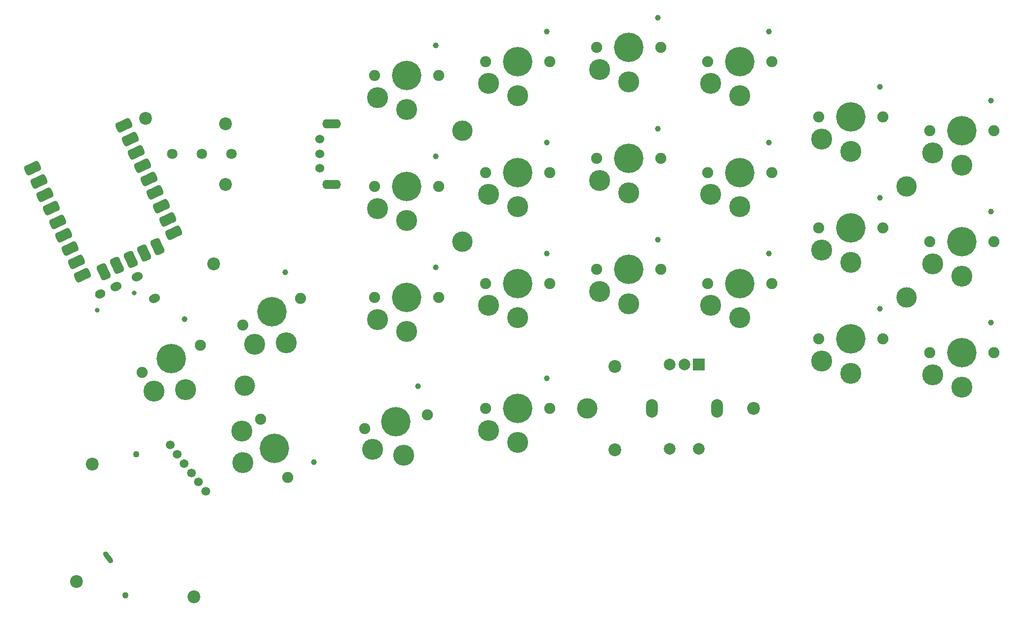
<source format=gbr>
%TF.GenerationSoftware,KiCad,Pcbnew,7.0.5*%
%TF.CreationDate,2024-03-19T12:28:54+08:00*%
%TF.ProjectId,Prime52right,5072696d-6535-4327-9269-6768742e6b69,rev?*%
%TF.SameCoordinates,Original*%
%TF.FileFunction,Soldermask,Top*%
%TF.FilePolarity,Negative*%
%FSLAX46Y46*%
G04 Gerber Fmt 4.6, Leading zero omitted, Abs format (unit mm)*
G04 Created by KiCad (PCBNEW 7.0.5) date 2024-03-19 12:28:54*
%MOMM*%
%LPD*%
G01*
G04 APERTURE LIST*
G04 Aperture macros list*
%AMRoundRect*
0 Rectangle with rounded corners*
0 $1 Rounding radius*
0 $2 $3 $4 $5 $6 $7 $8 $9 X,Y pos of 4 corners*
0 Add a 4 corners polygon primitive as box body*
4,1,4,$2,$3,$4,$5,$6,$7,$8,$9,$2,$3,0*
0 Add four circle primitives for the rounded corners*
1,1,$1+$1,$2,$3*
1,1,$1+$1,$4,$5*
1,1,$1+$1,$6,$7*
1,1,$1+$1,$8,$9*
0 Add four rect primitives between the rounded corners*
20,1,$1+$1,$2,$3,$4,$5,0*
20,1,$1+$1,$4,$5,$6,$7,0*
20,1,$1+$1,$6,$7,$8,$9,0*
20,1,$1+$1,$8,$9,$2,$3,0*%
%AMHorizOval*
0 Thick line with rounded ends*
0 $1 width*
0 $2 $3 position (X,Y) of the first rounded end (center of the circle)*
0 $4 $5 position (X,Y) of the second rounded end (center of the circle)*
0 Add line between two ends*
20,1,$1,$2,$3,$4,$5,0*
0 Add two circle primitives to create the rounded ends*
1,1,$1,$2,$3*
1,1,$1,$4,$5*%
%AMFreePoly0*
4,1,29,-1.390750,0.438150,-1.383113,0.519607,-1.339975,0.642884,-1.262419,0.747969,-1.157334,0.825525,-1.034057,0.868662,-0.952600,0.876300,0.952600,0.876300,1.034057,0.868663,1.157334,0.825525,1.262419,0.747969,1.339975,0.642884,1.383112,0.519607,1.390750,0.438150,1.390750,-0.438150,1.383113,-0.519607,1.339975,-0.642884,1.262419,-0.747969,1.157334,-0.825525,1.034057,-0.868662,
0.952600,-0.876300,-0.952600,-0.876300,-1.034057,-0.868663,-1.157334,-0.825525,-1.262419,-0.747969,-1.339975,-0.642884,-1.383112,-0.519607,-1.390750,-0.438150,-1.390750,0.438150,-1.390750,0.438150,$1*%
G04 Aperture macros list end*
%ADD10C,1.900000*%
%ADD11C,1.000000*%
%ADD12C,5.050000*%
%ADD13C,3.600000*%
%ADD14C,2.200000*%
%ADD15FreePoly0,25.000000*%
%ADD16RoundRect,0.438150X0.799685X-0.678179X-0.005487X1.048519X-0.799685X0.678179X0.005487X-1.048519X0*%
%ADD17O,3.200000X1.600000*%
%ADD18C,1.524000*%
%ADD19O,2.000000X3.200000*%
%ADD20R,2.000000X2.000000*%
%ADD21C,2.000000*%
%ADD22C,1.100000*%
%ADD23HorizOval,0.900000X-0.426133X0.555347X0.426133X-0.555347X0*%
%ADD24C,1.500000*%
%ADD25C,3.500000*%
%ADD26C,1.800000*%
%ADD27C,0.800000*%
%ADD28HorizOval,1.500000X0.181262X0.084524X-0.181262X-0.084524X0*%
%ADD29HorizOval,1.500000X0.135946X0.063393X-0.135946X-0.063393X0*%
G04 APERTURE END LIST*
D10*
%TO.C,K43*%
X340983000Y-96039000D03*
D11*
X340483000Y-90889000D03*
D12*
X335483000Y-96039000D03*
D10*
X329983000Y-96039000D03*
D13*
X335483000Y-101939000D03*
X330483000Y-99839000D03*
%TD*%
D10*
%TO.C,K47*%
X360033000Y-105564000D03*
D11*
X359533000Y-100414000D03*
D12*
X354533000Y-105564000D03*
D10*
X349033000Y-105564000D03*
D13*
X354533000Y-111464000D03*
X349533000Y-109364000D03*
%TD*%
D10*
%TO.C,K35*%
X302883000Y-76989000D03*
D11*
X302383000Y-71839000D03*
D12*
X297383000Y-76989000D03*
D10*
X291883000Y-76989000D03*
D13*
X297383000Y-82889000D03*
X292383000Y-80789000D03*
%TD*%
D10*
%TO.C,K46*%
X360033000Y-86514000D03*
D11*
X359533000Y-81364000D03*
D12*
X354533000Y-86514000D03*
D10*
X349033000Y-86514000D03*
D13*
X354533000Y-92414000D03*
X349533000Y-90314000D03*
%TD*%
D14*
%TO.C,U2*%
X233546827Y-86803767D03*
X245192496Y-111777984D03*
D15*
X214126630Y-95296831D03*
X215200080Y-97598853D03*
X216273530Y-99900874D03*
X217346981Y-102202896D03*
X218420431Y-104504918D03*
X219493882Y-106806940D03*
X220567332Y-109108961D03*
X221640782Y-111410983D03*
X222714233Y-113713005D03*
X229796691Y-87989761D03*
X230870142Y-90291783D03*
X231943592Y-92593805D03*
X233017042Y-94895826D03*
X234090493Y-97197848D03*
X235163943Y-99499870D03*
X236237394Y-101801892D03*
X237310844Y-104103913D03*
X238384294Y-106405935D03*
D16*
X235563247Y-108791688D03*
X233261225Y-109865138D03*
X230959203Y-110938589D03*
X228657181Y-112012039D03*
X226355160Y-113085489D03*
%TD*%
D10*
%TO.C,K52*%
X379083000Y-126995000D03*
D11*
X378583000Y-121845000D03*
D12*
X373583000Y-126995000D03*
D10*
X368083000Y-126995000D03*
D13*
X373583000Y-132895000D03*
X368583000Y-130795000D03*
%TD*%
D10*
%TO.C,K33*%
X283833000Y-117470000D03*
D11*
X283333000Y-112320000D03*
D12*
X278333000Y-117470000D03*
D10*
X272833000Y-117470000D03*
D13*
X278333000Y-123370000D03*
X273333000Y-121270000D03*
%TD*%
D14*
%TO.C,H4*%
X337865000Y-136520000D03*
%TD*%
D17*
%TO.C,RE2*%
X265458000Y-98095000D03*
X265458000Y-87695000D03*
D14*
X247233000Y-98070000D03*
X247233000Y-87720000D03*
D18*
X263458000Y-95355000D03*
X263458000Y-90355000D03*
X263458000Y-92855000D03*
%TD*%
D10*
%TO.C,K28*%
X260152386Y-117629200D03*
D11*
X257522748Y-113173024D03*
D12*
X255167693Y-119953600D03*
D10*
X250183000Y-122278000D03*
D13*
X257661141Y-125300816D03*
X252242103Y-125510661D03*
%TD*%
D10*
%TO.C,K42*%
X340983000Y-76989000D03*
D11*
X340483000Y-71839000D03*
D12*
X335483000Y-76989000D03*
D10*
X329983000Y-76989000D03*
D13*
X335483000Y-82889000D03*
X330483000Y-80789000D03*
%TD*%
D10*
%TO.C,K38*%
X281866628Y-137616582D03*
D11*
X280263816Y-132696877D03*
D12*
X276497000Y-138807000D03*
D10*
X271127372Y-139997418D03*
D13*
X277773994Y-144567146D03*
X272437990Y-143599123D03*
%TD*%
D10*
%TO.C,K44*%
X340983000Y-115089000D03*
D11*
X340483000Y-109939000D03*
D12*
X335483000Y-115089000D03*
D10*
X329983000Y-115089000D03*
D13*
X335483000Y-120989000D03*
X330483000Y-118889000D03*
%TD*%
D19*
%TO.C,K49*%
X331558000Y-136520000D03*
X320358000Y-136520000D03*
D20*
X328458000Y-129020000D03*
D21*
X323458000Y-129020000D03*
X325958000Y-129020000D03*
X323458000Y-143520000D03*
X328458000Y-143520000D03*
%TD*%
D10*
%TO.C,K34*%
X257918345Y-148386269D03*
D11*
X262374521Y-145756631D03*
D12*
X255593945Y-143401576D03*
D10*
X253269545Y-138416883D03*
D13*
X250246729Y-145895024D03*
X250036884Y-140475986D03*
%TD*%
D10*
%TO.C,K31*%
X283833000Y-79370000D03*
D11*
X283333000Y-74220000D03*
D12*
X278333000Y-79370000D03*
D10*
X272833000Y-79370000D03*
D13*
X278333000Y-85270000D03*
X273333000Y-83170000D03*
%TD*%
D14*
%TO.C,K30*%
X221693926Y-166250119D03*
D22*
X230098147Y-168624640D03*
D23*
X227106182Y-162097149D03*
D14*
X224346881Y-146098926D03*
X241845119Y-168903074D03*
D22*
X231962327Y-144442678D03*
D24*
X237735152Y-142849097D03*
X238952674Y-144435803D03*
X240170197Y-146022510D03*
X241387720Y-147609217D03*
X242605243Y-149195923D03*
X243822766Y-150782630D03*
%TD*%
D10*
%TO.C,K40*%
X321933000Y-93658000D03*
D11*
X321433000Y-88508000D03*
D12*
X316433000Y-93658000D03*
D10*
X310933000Y-93658000D03*
D13*
X316433000Y-99558000D03*
X311433000Y-97458000D03*
%TD*%
D25*
%TO.C,H11*%
X364058000Y-98420000D03*
%TD*%
D10*
%TO.C,K36*%
X302883000Y-96039000D03*
D11*
X302383000Y-90889000D03*
D12*
X297383000Y-96039000D03*
D10*
X291883000Y-96039000D03*
D13*
X297383000Y-101939000D03*
X292383000Y-99839000D03*
%TD*%
D10*
%TO.C,K41*%
X321933000Y-112708000D03*
D11*
X321433000Y-107558000D03*
D12*
X316433000Y-112708000D03*
D10*
X310933000Y-112708000D03*
D13*
X316433000Y-118608000D03*
X311433000Y-116508000D03*
%TD*%
D14*
%TO.C,H6*%
X314051000Y-143664000D03*
%TD*%
D10*
%TO.C,K48*%
X360033000Y-124614000D03*
D11*
X359533000Y-119464000D03*
D12*
X354533000Y-124614000D03*
D10*
X349033000Y-124614000D03*
D13*
X354533000Y-130514000D03*
X349533000Y-128414000D03*
%TD*%
D10*
%TO.C,K29*%
X242887638Y-125680200D03*
D11*
X240258000Y-121224024D03*
D12*
X237902945Y-128004600D03*
D10*
X232918252Y-130329000D03*
D13*
X240396393Y-133351816D03*
X234977355Y-133561661D03*
%TD*%
D25*
%TO.C,H12*%
X364058000Y-117470000D03*
%TD*%
%TO.C,H16*%
X287858000Y-88895000D03*
%TD*%
D26*
%TO.C,K27*%
X248288000Y-92895000D03*
X243208000Y-92895000D03*
X238128000Y-92895000D03*
%TD*%
D27*
%TO.C,T2*%
X225267000Y-119660000D03*
X231611155Y-116701672D03*
D28*
X232089225Y-113940975D03*
D29*
X225701568Y-116919588D03*
D28*
X228463994Y-115631448D03*
X235030208Y-117645111D03*
%TD*%
D10*
%TO.C,K37*%
X302883000Y-115089000D03*
D11*
X302383000Y-109939000D03*
D12*
X297383000Y-115089000D03*
D10*
X291883000Y-115089000D03*
D13*
X297383000Y-120989000D03*
X292383000Y-118889000D03*
%TD*%
D14*
%TO.C,H5*%
X314051000Y-129376000D03*
%TD*%
D10*
%TO.C,K51*%
X379083000Y-107945000D03*
D11*
X378583000Y-102795000D03*
D12*
X373583000Y-107945000D03*
D10*
X368083000Y-107945000D03*
D13*
X373583000Y-113845000D03*
X368583000Y-111745000D03*
%TD*%
D10*
%TO.C,K45*%
X302883000Y-136520000D03*
D11*
X302383000Y-131370000D03*
D12*
X297383000Y-136520000D03*
D10*
X291883000Y-136520000D03*
D13*
X297383000Y-142420000D03*
X292383000Y-140320000D03*
%TD*%
D25*
%TO.C,H8*%
X309289000Y-136520000D03*
%TD*%
%TO.C,H18*%
X250562000Y-132611000D03*
%TD*%
%TO.C,H17*%
X287858000Y-107945000D03*
%TD*%
D10*
%TO.C,K32*%
X283833000Y-98420000D03*
D11*
X283333000Y-93270000D03*
D12*
X278333000Y-98420000D03*
D10*
X272833000Y-98420000D03*
D13*
X278333000Y-104320000D03*
X273333000Y-102220000D03*
%TD*%
D10*
%TO.C,K50*%
X379083000Y-88895000D03*
D11*
X378583000Y-83745000D03*
D12*
X373583000Y-88895000D03*
D10*
X368083000Y-88895000D03*
D13*
X373583000Y-94795000D03*
X368583000Y-92695000D03*
%TD*%
D10*
%TO.C,K39*%
X321933000Y-74608000D03*
D11*
X321433000Y-69458000D03*
D12*
X316433000Y-74608000D03*
D10*
X310933000Y-74608000D03*
D13*
X316433000Y-80508000D03*
X311433000Y-78408000D03*
%TD*%
M02*

</source>
